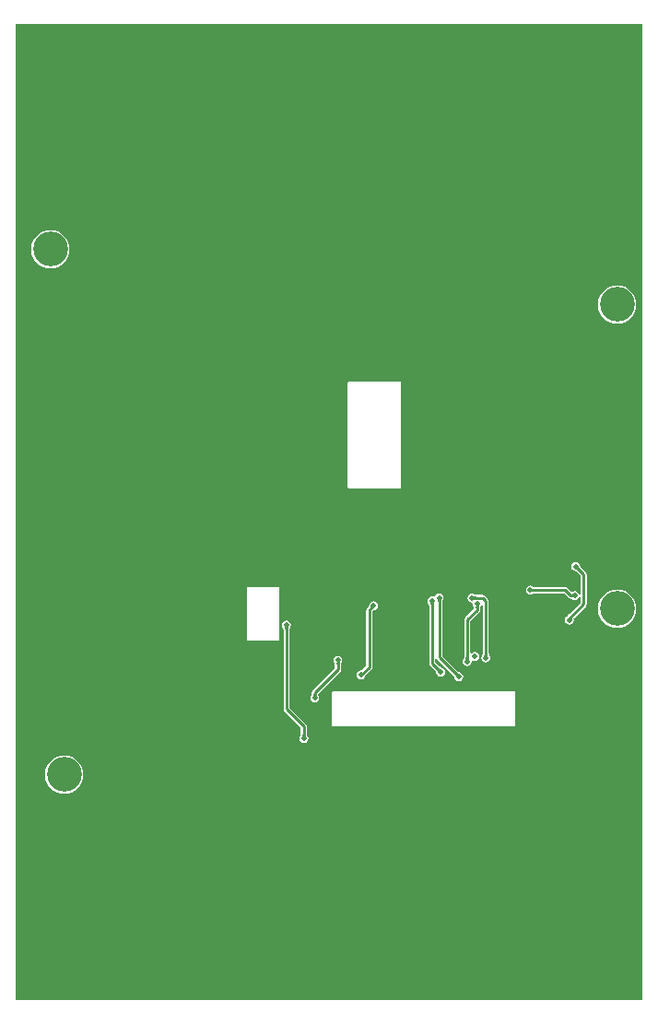
<source format=gbl>
G04*
G04 #@! TF.GenerationSoftware,Altium Limited,Altium Designer,19.0.15 (446)*
G04*
G04 Layer_Physical_Order=2*
G04 Layer_Color=16711680*
%FSLAX44Y44*%
%MOMM*%
G71*
G01*
G75*
%ADD12C,0.2540*%
%ADD80C,3.2000*%
%ADD81C,0.5000*%
%ADD82C,0.4000*%
G36*
X544036Y-447936D02*
X-31836D01*
Y448136D01*
X544036D01*
Y-447936D01*
D02*
G37*
%LPC*%
G36*
X0Y258909D02*
X-3435Y258570D01*
X-6739Y257568D01*
X-9783Y255941D01*
X-12451Y253751D01*
X-14641Y251083D01*
X-16268Y248039D01*
X-17270Y244735D01*
X-17609Y241300D01*
X-17270Y237865D01*
X-16268Y234561D01*
X-14641Y231517D01*
X-12451Y228849D01*
X-9783Y226659D01*
X-6739Y225032D01*
X-3435Y224030D01*
X0Y223691D01*
X3435Y224030D01*
X6739Y225032D01*
X9783Y226659D01*
X12451Y228849D01*
X14641Y231517D01*
X16268Y234561D01*
X17270Y237865D01*
X17609Y241300D01*
X17270Y244735D01*
X16268Y248039D01*
X14641Y251083D01*
X12451Y253751D01*
X9783Y255941D01*
X6739Y257568D01*
X3435Y258570D01*
X0Y258909D01*
D02*
G37*
G36*
X520700Y208109D02*
X517265Y207770D01*
X513961Y206768D01*
X510917Y205141D01*
X508249Y202951D01*
X506059Y200283D01*
X504432Y197239D01*
X503430Y193935D01*
X503091Y190500D01*
X503430Y187065D01*
X504432Y183761D01*
X506059Y180717D01*
X508249Y178049D01*
X510917Y175859D01*
X513961Y174232D01*
X517265Y173230D01*
X520700Y172891D01*
X524135Y173230D01*
X527439Y174232D01*
X530483Y175859D01*
X533151Y178049D01*
X535341Y180717D01*
X536968Y183761D01*
X537970Y187065D01*
X538309Y190500D01*
X537970Y193935D01*
X536968Y197239D01*
X535341Y200283D01*
X533151Y202951D01*
X530483Y205141D01*
X527439Y206768D01*
X524135Y207770D01*
X520700Y208109D01*
D02*
G37*
G36*
X320299Y120064D02*
X274999D01*
X274209Y119907D01*
X273540Y119459D01*
X273092Y118790D01*
X272935Y118000D01*
Y23799D01*
X273092Y23010D01*
X273540Y22340D01*
X274209Y21893D01*
X274999Y21735D01*
X320299D01*
X321089Y21893D01*
X321758Y22340D01*
X322206Y23010D01*
X322363Y23799D01*
Y118000D01*
X322206Y118790D01*
X321758Y119459D01*
X321089Y119907D01*
X320299Y120064D01*
D02*
G37*
G36*
X482799Y-46161D02*
X481229Y-46473D01*
X479898Y-47363D01*
X479009Y-48694D01*
X478696Y-50264D01*
X479009Y-51834D01*
X479898Y-53165D01*
X481229Y-54054D01*
X482518Y-54311D01*
X482531Y-54317D01*
X482555Y-54333D01*
X482600Y-54371D01*
X482623Y-54379D01*
X482641Y-54391D01*
X482682Y-54399D01*
X482688Y-54402D01*
X482737Y-54428D01*
X482813Y-54477D01*
X482897Y-54538D01*
X483181Y-54780D01*
X483339Y-54932D01*
X483503Y-54997D01*
X487151Y-58645D01*
Y-75460D01*
X485881Y-75585D01*
X485790Y-75129D01*
X484901Y-73798D01*
X483570Y-72908D01*
X482000Y-72596D01*
X480430Y-72908D01*
X479337Y-73639D01*
X479324Y-73643D01*
X479295Y-73649D01*
X479237Y-73654D01*
X479215Y-73665D01*
X479194Y-73669D01*
X479159Y-73692D01*
X479152Y-73695D01*
X479099Y-73711D01*
X479011Y-73730D01*
X478931Y-73743D01*
X474890Y-69702D01*
X473966Y-69085D01*
X472876Y-68868D01*
X472876Y-68868D01*
X444866D01*
X444714Y-68798D01*
X444246Y-68781D01*
X444110Y-68767D01*
X443989Y-68748D01*
X443901Y-68729D01*
X443848Y-68713D01*
X443841Y-68710D01*
X443806Y-68687D01*
X443785Y-68683D01*
X443763Y-68672D01*
X443705Y-68667D01*
X443676Y-68661D01*
X443663Y-68657D01*
X442570Y-67926D01*
X441000Y-67614D01*
X439430Y-67926D01*
X438099Y-68816D01*
X437210Y-70147D01*
X436897Y-71717D01*
X437210Y-73287D01*
X438099Y-74618D01*
X439430Y-75507D01*
X441000Y-75820D01*
X442570Y-75507D01*
X443663Y-74777D01*
X443676Y-74772D01*
X443705Y-74767D01*
X443763Y-74762D01*
X443785Y-74751D01*
X443806Y-74746D01*
X443841Y-74723D01*
X443848Y-74721D01*
X443901Y-74705D01*
X443989Y-74686D01*
X444091Y-74669D01*
X444463Y-74640D01*
X444683Y-74636D01*
X444845Y-74566D01*
X471696D01*
X475844Y-78713D01*
X475844Y-78713D01*
X476768Y-79331D01*
X477858Y-79548D01*
X477858Y-79548D01*
X478134D01*
X478286Y-79617D01*
X478754Y-79635D01*
X478890Y-79649D01*
X479011Y-79668D01*
X479099Y-79687D01*
X479152Y-79703D01*
X479159Y-79706D01*
X479194Y-79729D01*
X479215Y-79733D01*
X479237Y-79744D01*
X479295Y-79749D01*
X479324Y-79755D01*
X479337Y-79759D01*
X480430Y-80490D01*
X482000Y-80802D01*
X483570Y-80490D01*
X484901Y-79600D01*
X485790Y-78269D01*
X485881Y-77813D01*
X487151Y-77938D01*
Y-83320D01*
X476640Y-93831D01*
X476454Y-93921D01*
X475643Y-94828D01*
X474886Y-95586D01*
X474647Y-95942D01*
X474526Y-96078D01*
X474495Y-96167D01*
X473999Y-96499D01*
X473110Y-97830D01*
X472797Y-99400D01*
X473110Y-100970D01*
X473999Y-102301D01*
X475330Y-103190D01*
X476900Y-103503D01*
X478470Y-103190D01*
X479801Y-102301D01*
X480690Y-100970D01*
X481003Y-99400D01*
X480712Y-97937D01*
X480776Y-97859D01*
X480918Y-97710D01*
X480954Y-97617D01*
X481040Y-97567D01*
X481068Y-97460D01*
X492014Y-86514D01*
X492014Y-86514D01*
X492632Y-85590D01*
X492849Y-84500D01*
Y-57465D01*
X492849Y-57465D01*
X492632Y-56375D01*
X492014Y-55451D01*
X492014Y-55450D01*
X487547Y-50984D01*
X487489Y-50827D01*
X487170Y-50484D01*
X487084Y-50378D01*
X487012Y-50278D01*
X486963Y-50202D01*
X486937Y-50153D01*
X486934Y-50147D01*
X486926Y-50106D01*
X486914Y-50088D01*
X486906Y-50065D01*
X486869Y-50020D01*
X486852Y-49996D01*
X486846Y-49983D01*
X486590Y-48694D01*
X485700Y-47363D01*
X484369Y-46473D01*
X482799Y-46161D01*
D02*
G37*
G36*
X357299Y-74697D02*
X355729Y-75009D01*
X354398Y-75899D01*
X353549Y-77170D01*
X353196Y-77567D01*
X352370Y-77909D01*
X350800Y-77597D01*
X349230Y-77909D01*
X347899Y-78799D01*
X347010Y-80130D01*
X346697Y-81700D01*
X347010Y-83270D01*
X347740Y-84363D01*
X347744Y-84377D01*
X347750Y-84405D01*
X347755Y-84463D01*
X347766Y-84485D01*
X347770Y-84506D01*
X347793Y-84541D01*
X347796Y-84548D01*
X347812Y-84601D01*
X347831Y-84689D01*
X347847Y-84791D01*
X347877Y-85163D01*
X347881Y-85383D01*
X347951Y-85545D01*
Y-139200D01*
X347951Y-139200D01*
X348168Y-140290D01*
X348786Y-141214D01*
X353252Y-145681D01*
X353310Y-145837D01*
X353629Y-146180D01*
X353715Y-146286D01*
X353787Y-146386D01*
X353836Y-146462D01*
X353862Y-146511D01*
X353865Y-146517D01*
X353873Y-146558D01*
X353885Y-146576D01*
X353893Y-146600D01*
X353931Y-146644D01*
X353947Y-146668D01*
X354110Y-147002D01*
X354334Y-147541D01*
X354385Y-147563D01*
X354409Y-147612D01*
X354634Y-147689D01*
X354809Y-148570D01*
X355698Y-149901D01*
X357029Y-150790D01*
X358599Y-151103D01*
X360169Y-150790D01*
X361500Y-149901D01*
X362390Y-148570D01*
X362702Y-147000D01*
X362390Y-145430D01*
X361500Y-144099D01*
X360169Y-143209D01*
X359289Y-143034D01*
X359212Y-142809D01*
X359162Y-142785D01*
X359141Y-142734D01*
X358602Y-142510D01*
X358268Y-142347D01*
X358244Y-142331D01*
X358200Y-142293D01*
X358176Y-142285D01*
X358158Y-142273D01*
X358117Y-142265D01*
X358111Y-142262D01*
X358062Y-142236D01*
X357986Y-142187D01*
X357902Y-142126D01*
X357618Y-141884D01*
X357460Y-141732D01*
X357296Y-141667D01*
X353649Y-138020D01*
Y-135251D01*
X354919Y-134866D01*
X355285Y-135414D01*
X370452Y-150581D01*
X370510Y-150737D01*
X370829Y-151080D01*
X370915Y-151186D01*
X370987Y-151286D01*
X371036Y-151362D01*
X371062Y-151411D01*
X371065Y-151417D01*
X371073Y-151458D01*
X371085Y-151476D01*
X371093Y-151499D01*
X371131Y-151544D01*
X371147Y-151568D01*
X371153Y-151581D01*
X371409Y-152870D01*
X372299Y-154201D01*
X373630Y-155091D01*
X375200Y-155403D01*
X376770Y-155091D01*
X378101Y-154201D01*
X378991Y-152870D01*
X379303Y-151300D01*
X378991Y-149730D01*
X378101Y-148399D01*
X376770Y-147509D01*
X375481Y-147253D01*
X375468Y-147247D01*
X375444Y-147231D01*
X375400Y-147193D01*
X375376Y-147185D01*
X375358Y-147173D01*
X375317Y-147165D01*
X375311Y-147162D01*
X375262Y-147136D01*
X375186Y-147087D01*
X375102Y-147026D01*
X374818Y-146784D01*
X374660Y-146632D01*
X374496Y-146567D01*
X360148Y-132219D01*
Y-82666D01*
X360218Y-82514D01*
X360235Y-82046D01*
X360249Y-81910D01*
X360268Y-81789D01*
X360287Y-81700D01*
X360303Y-81647D01*
X360306Y-81641D01*
X360329Y-81606D01*
X360333Y-81585D01*
X360344Y-81563D01*
X360349Y-81505D01*
X360355Y-81476D01*
X360359Y-81463D01*
X361090Y-80370D01*
X361402Y-78800D01*
X361090Y-77230D01*
X360200Y-75899D01*
X358869Y-75009D01*
X357299Y-74697D01*
D02*
G37*
G36*
X520700Y-71291D02*
X517265Y-71630D01*
X513961Y-72632D01*
X510917Y-74259D01*
X508249Y-76449D01*
X506059Y-79117D01*
X504432Y-82161D01*
X503430Y-85465D01*
X503091Y-88900D01*
X503430Y-92335D01*
X504432Y-95639D01*
X506059Y-98683D01*
X508249Y-101351D01*
X510917Y-103541D01*
X513961Y-105168D01*
X517265Y-106170D01*
X520700Y-106509D01*
X524135Y-106170D01*
X527439Y-105168D01*
X530483Y-103541D01*
X533151Y-101351D01*
X535341Y-98683D01*
X536968Y-95639D01*
X537970Y-92335D01*
X538309Y-88900D01*
X537970Y-85465D01*
X536968Y-82161D01*
X535341Y-79117D01*
X533151Y-76449D01*
X530483Y-74259D01*
X527439Y-72632D01*
X524135Y-71630D01*
X520700Y-71291D01*
D02*
G37*
G36*
X210200Y-68700D02*
X210100Y-68800D01*
X181000D01*
Y-117900D01*
X210200D01*
Y-68700D01*
D02*
G37*
G36*
X387426Y-74897D02*
X385856Y-75209D01*
X384525Y-76099D01*
X383635Y-77430D01*
X383323Y-79000D01*
X383635Y-80570D01*
X384525Y-81901D01*
X385856Y-82790D01*
X387426Y-83103D01*
X388065Y-84270D01*
X388000Y-84600D01*
X388312Y-86170D01*
X389043Y-87263D01*
X389047Y-87277D01*
X389053Y-87305D01*
X389058Y-87363D01*
X389069Y-87385D01*
X389073Y-87406D01*
X389096Y-87441D01*
X389099Y-87448D01*
X389115Y-87501D01*
X389134Y-87589D01*
X389150Y-87691D01*
X389180Y-88063D01*
X389184Y-88283D01*
X389254Y-88445D01*
Y-88717D01*
X380986Y-96986D01*
X380368Y-97910D01*
X380151Y-99000D01*
X380151Y-99000D01*
Y-133484D01*
X380081Y-133636D01*
X380064Y-134104D01*
X380050Y-134240D01*
X380031Y-134361D01*
X380012Y-134449D01*
X379996Y-134502D01*
X379993Y-134509D01*
X379970Y-134544D01*
X379966Y-134565D01*
X379955Y-134587D01*
X379950Y-134645D01*
X379944Y-134673D01*
X379940Y-134687D01*
X379210Y-135780D01*
X378897Y-137350D01*
X379210Y-138920D01*
X380099Y-140251D01*
X381430Y-141140D01*
X383000Y-141453D01*
X384570Y-141140D01*
X385901Y-140251D01*
X386791Y-138920D01*
X387103Y-137350D01*
X387045Y-137059D01*
X388188Y-136296D01*
X388330Y-136390D01*
X389900Y-136703D01*
X391470Y-136390D01*
X392801Y-135501D01*
X393690Y-134170D01*
X394003Y-132600D01*
X393690Y-131030D01*
X392801Y-129699D01*
X391470Y-128809D01*
X389900Y-128497D01*
X388330Y-128809D01*
X387119Y-129619D01*
X386555Y-129481D01*
X385849Y-129134D01*
Y-100180D01*
X394117Y-91912D01*
X394117Y-91911D01*
X394735Y-90987D01*
X394952Y-89897D01*
X394952Y-89897D01*
Y-88466D01*
X395021Y-88314D01*
X395038Y-87846D01*
X395052Y-87710D01*
X395071Y-87589D01*
X395091Y-87501D01*
X395107Y-87448D01*
X395109Y-87441D01*
X395132Y-87406D01*
X395137Y-87385D01*
X395148Y-87363D01*
X395153Y-87305D01*
X395158Y-87277D01*
X395163Y-87263D01*
X395893Y-86170D01*
X397150Y-86360D01*
Y-130133D01*
X397081Y-130286D01*
X397063Y-130753D01*
X397049Y-130889D01*
X397030Y-131011D01*
X397011Y-131099D01*
X396995Y-131152D01*
X396993Y-131159D01*
X396970Y-131193D01*
X396965Y-131215D01*
X396954Y-131237D01*
X396949Y-131295D01*
X396944Y-131323D01*
X396939Y-131336D01*
X396209Y-132430D01*
X395896Y-134000D01*
X396209Y-135570D01*
X397098Y-136901D01*
X398429Y-137790D01*
X399999Y-138103D01*
X401569Y-137790D01*
X402900Y-136901D01*
X403790Y-135570D01*
X404102Y-134000D01*
X403790Y-132430D01*
X403059Y-131337D01*
X403055Y-131323D01*
X403049Y-131295D01*
X403044Y-131237D01*
X403033Y-131215D01*
X403029Y-131193D01*
X403006Y-131159D01*
X403003Y-131152D01*
X402987Y-131099D01*
X402968Y-131011D01*
X402952Y-130908D01*
X402922Y-130537D01*
X402919Y-130317D01*
X402848Y-130155D01*
Y-81999D01*
X402848Y-81999D01*
X402631Y-80909D01*
X402014Y-79985D01*
X399014Y-76986D01*
X398090Y-76368D01*
X397000Y-76151D01*
X397000Y-76151D01*
X391292D01*
X391140Y-76082D01*
X390672Y-76064D01*
X390536Y-76050D01*
X390415Y-76031D01*
X390326Y-76012D01*
X390273Y-75996D01*
X390266Y-75993D01*
X390232Y-75970D01*
X390211Y-75966D01*
X390189Y-75955D01*
X390131Y-75950D01*
X390102Y-75944D01*
X390089Y-75940D01*
X388996Y-75209D01*
X387426Y-74897D01*
D02*
G37*
G36*
X297000Y-81897D02*
X295430Y-82210D01*
X294099Y-83099D01*
X293209Y-84430D01*
X292897Y-86000D01*
X292901Y-86018D01*
X292894Y-86027D01*
X292884Y-86063D01*
X292873Y-86081D01*
X292870Y-86106D01*
X292855Y-86135D01*
X292814Y-86203D01*
X292761Y-86278D01*
X292528Y-86554D01*
X292379Y-86709D01*
X292363Y-86751D01*
X292321Y-86772D01*
X292274Y-86913D01*
X290986Y-88202D01*
X290368Y-89126D01*
X290151Y-90217D01*
X290151Y-90217D01*
Y-141220D01*
X285729Y-145642D01*
X285499Y-145597D01*
X283929Y-145909D01*
X282598Y-146799D01*
X281709Y-148130D01*
X281397Y-149700D01*
X281709Y-151270D01*
X282598Y-152601D01*
X283929Y-153490D01*
X285499Y-153802D01*
X287069Y-153490D01*
X288401Y-152601D01*
X289290Y-151270D01*
X289571Y-149858D01*
X295014Y-144414D01*
X295014Y-144414D01*
X295632Y-143490D01*
X295849Y-142400D01*
X295849Y-142400D01*
Y-91397D01*
X296475Y-90771D01*
X296640Y-90705D01*
X296802Y-90548D01*
X297094Y-90295D01*
X297186Y-90226D01*
X297270Y-90169D01*
X297328Y-90136D01*
X297352Y-90124D01*
X297401Y-90112D01*
X297418Y-90099D01*
X297432Y-90094D01*
X297460Y-90068D01*
X297506Y-90034D01*
X297592Y-89985D01*
X298570Y-89790D01*
X299901Y-88901D01*
X300791Y-87570D01*
X301103Y-86000D01*
X300791Y-84430D01*
X299901Y-83099D01*
X298570Y-82210D01*
X297000Y-81897D01*
D02*
G37*
G36*
X264076Y-132221D02*
X262506Y-132534D01*
X261175Y-133423D01*
X260285Y-134754D01*
X259973Y-136324D01*
X260285Y-137894D01*
X261016Y-138988D01*
X261020Y-139001D01*
X261026Y-139029D01*
X261031Y-139087D01*
X261042Y-139109D01*
X261046Y-139131D01*
X261069Y-139165D01*
X261072Y-139172D01*
X261088Y-139225D01*
X261107Y-139313D01*
X261123Y-139416D01*
X261152Y-139787D01*
X261156Y-140007D01*
X261227Y-140169D01*
Y-143544D01*
X240986Y-163786D01*
X240368Y-164710D01*
X240151Y-165800D01*
X240151Y-165800D01*
Y-167134D01*
X240082Y-167286D01*
X240064Y-167754D01*
X240050Y-167890D01*
X240031Y-168011D01*
X240012Y-168099D01*
X239996Y-168152D01*
X239993Y-168159D01*
X239970Y-168194D01*
X239966Y-168215D01*
X239955Y-168237D01*
X239950Y-168295D01*
X239944Y-168324D01*
X239940Y-168337D01*
X239209Y-169430D01*
X238897Y-171000D01*
X239209Y-172570D01*
X240099Y-173901D01*
X241430Y-174790D01*
X243000Y-175103D01*
X244570Y-174790D01*
X245901Y-173901D01*
X246791Y-172570D01*
X247103Y-171000D01*
X246791Y-169430D01*
X246060Y-168337D01*
X246056Y-168324D01*
X246050Y-168295D01*
X246045Y-168237D01*
X246034Y-168215D01*
X246030Y-168194D01*
X246007Y-168159D01*
X246004Y-168152D01*
X245988Y-168099D01*
X245969Y-168011D01*
X245953Y-167909D01*
X245923Y-167537D01*
X245919Y-167317D01*
X245849Y-167155D01*
Y-166980D01*
X266090Y-146739D01*
X266090Y-146739D01*
X266708Y-145815D01*
X266924Y-144724D01*
X266924Y-144724D01*
Y-140191D01*
X266994Y-140038D01*
X267011Y-139571D01*
X267025Y-139435D01*
X267044Y-139313D01*
X267064Y-139225D01*
X267080Y-139172D01*
X267082Y-139165D01*
X267105Y-139131D01*
X267110Y-139109D01*
X267121Y-139087D01*
X267126Y-139029D01*
X267131Y-139001D01*
X267136Y-138988D01*
X267866Y-137894D01*
X268179Y-136324D01*
X267866Y-134754D01*
X266977Y-133423D01*
X265646Y-132534D01*
X264076Y-132221D01*
D02*
G37*
G36*
X425254Y-164437D02*
X260644D01*
X259854Y-164594D01*
X259184Y-165041D01*
X258737Y-165711D01*
X258580Y-166500D01*
Y-195000D01*
X258737Y-195790D01*
X259184Y-196459D01*
X259854Y-196907D01*
X260644Y-197064D01*
X425254D01*
X426044Y-196907D01*
X426713Y-196459D01*
X427160Y-195790D01*
X427317Y-195000D01*
Y-166500D01*
X427160Y-165711D01*
X426713Y-165041D01*
X426044Y-164594D01*
X425254Y-164437D01*
D02*
G37*
G36*
X217000Y-99897D02*
X215429Y-100209D01*
X214098Y-101099D01*
X213209Y-102430D01*
X212897Y-104000D01*
X213209Y-105570D01*
X213939Y-106663D01*
X213944Y-106677D01*
X213950Y-106705D01*
X213954Y-106763D01*
X213966Y-106785D01*
X213970Y-106806D01*
X213993Y-106840D01*
X213996Y-106847D01*
X214011Y-106901D01*
X214031Y-106989D01*
X214047Y-107091D01*
X214076Y-107463D01*
X214080Y-107683D01*
X214151Y-107845D01*
Y-180999D01*
X214151Y-181000D01*
X214368Y-182090D01*
X214985Y-183014D01*
X230051Y-198080D01*
Y-204134D01*
X229981Y-204286D01*
X229964Y-204754D01*
X229950Y-204890D01*
X229931Y-205011D01*
X229912Y-205099D01*
X229896Y-205152D01*
X229893Y-205159D01*
X229870Y-205194D01*
X229866Y-205215D01*
X229855Y-205237D01*
X229850Y-205295D01*
X229844Y-205323D01*
X229840Y-205337D01*
X229109Y-206430D01*
X228797Y-208000D01*
X229109Y-209570D01*
X229999Y-210901D01*
X231330Y-211791D01*
X232900Y-212103D01*
X234470Y-211791D01*
X235801Y-210901D01*
X236691Y-209570D01*
X237003Y-208000D01*
X236691Y-206430D01*
X235960Y-205337D01*
X235956Y-205323D01*
X235950Y-205295D01*
X235945Y-205237D01*
X235934Y-205215D01*
X235930Y-205194D01*
X235907Y-205159D01*
X235904Y-205152D01*
X235888Y-205099D01*
X235869Y-205011D01*
X235853Y-204909D01*
X235823Y-204537D01*
X235819Y-204317D01*
X235749Y-204155D01*
Y-196900D01*
X235749Y-196900D01*
X235532Y-195810D01*
X234914Y-194886D01*
X234914Y-194886D01*
X219848Y-179820D01*
Y-107866D01*
X219918Y-107714D01*
X219935Y-107246D01*
X219949Y-107110D01*
X219968Y-106989D01*
X219988Y-106901D01*
X220004Y-106847D01*
X220006Y-106840D01*
X220029Y-106806D01*
X220033Y-106785D01*
X220045Y-106763D01*
X220049Y-106705D01*
X220055Y-106676D01*
X220060Y-106663D01*
X220790Y-105570D01*
X221102Y-104000D01*
X220790Y-102430D01*
X219901Y-101099D01*
X218570Y-100209D01*
X217000Y-99897D01*
D02*
G37*
G36*
X12700Y-223691D02*
X9265Y-224030D01*
X5961Y-225032D01*
X2917Y-226659D01*
X249Y-228849D01*
X-1941Y-231517D01*
X-3568Y-234561D01*
X-4570Y-237865D01*
X-4909Y-241300D01*
X-4570Y-244735D01*
X-3568Y-248039D01*
X-1941Y-251083D01*
X249Y-253751D01*
X2917Y-255941D01*
X5961Y-257568D01*
X9265Y-258570D01*
X12700Y-258909D01*
X16135Y-258570D01*
X19439Y-257568D01*
X22483Y-255941D01*
X25151Y-253751D01*
X27341Y-251083D01*
X28968Y-248039D01*
X29970Y-244735D01*
X30309Y-241300D01*
X29970Y-237865D01*
X28968Y-234561D01*
X27341Y-231517D01*
X25151Y-228849D01*
X22483Y-226659D01*
X19439Y-225032D01*
X16135Y-224030D01*
X12700Y-223691D01*
D02*
G37*
%LPD*%
G36*
X485308Y-50427D02*
X485336Y-50571D01*
X485385Y-50721D01*
X485453Y-50877D01*
X485541Y-51040D01*
X485649Y-51209D01*
X485777Y-51385D01*
X485925Y-51567D01*
X486281Y-51949D01*
X484484Y-53745D01*
X484290Y-53558D01*
X483920Y-53242D01*
X483745Y-53114D01*
X483575Y-53006D01*
X483412Y-52918D01*
X483256Y-52849D01*
X483106Y-52801D01*
X482962Y-52772D01*
X482824Y-52764D01*
X485299Y-50289D01*
X485308Y-50427D01*
D02*
G37*
G36*
X442889Y-70058D02*
X443011Y-70140D01*
X443151Y-70212D01*
X443310Y-70274D01*
X443488Y-70327D01*
X443684Y-70370D01*
X443898Y-70404D01*
X444131Y-70428D01*
X444653Y-70447D01*
Y-72987D01*
X444383Y-72992D01*
X443898Y-73030D01*
X443684Y-73064D01*
X443488Y-73107D01*
X443310Y-73160D01*
X443151Y-73222D01*
X443011Y-73294D01*
X442889Y-73376D01*
X442785Y-73467D01*
Y-69967D01*
X442889Y-70058D01*
D02*
G37*
G36*
X480215Y-78449D02*
X480111Y-78358D01*
X479989Y-78276D01*
X479849Y-78204D01*
X479690Y-78142D01*
X479512Y-78089D01*
X479316Y-78046D01*
X479102Y-78012D01*
X478869Y-77988D01*
X478347Y-77969D01*
Y-75429D01*
X478617Y-75424D01*
X479102Y-75386D01*
X479316Y-75352D01*
X479512Y-75309D01*
X479690Y-75256D01*
X479849Y-75194D01*
X479989Y-75122D01*
X480111Y-75040D01*
X480215Y-74949D01*
Y-78449D01*
D02*
G37*
G36*
X479726Y-96570D02*
X479538Y-96766D01*
X479241Y-97131D01*
X479133Y-97299D01*
X479051Y-97457D01*
X478995Y-97606D01*
X478966Y-97746D01*
X478964Y-97875D01*
X478988Y-97995D01*
X479039Y-98106D01*
X475756Y-97177D01*
X477684Y-95020D01*
X479726Y-96570D01*
D02*
G37*
G36*
X358958Y-80689D02*
X358876Y-80810D01*
X358805Y-80951D01*
X358742Y-81110D01*
X358689Y-81287D01*
X358646Y-81483D01*
X358613Y-81698D01*
X358588Y-81931D01*
X358569Y-82453D01*
X356029D01*
X356025Y-82183D01*
X355986Y-81698D01*
X355952Y-81483D01*
X355909Y-81287D01*
X355857Y-81110D01*
X355794Y-80951D01*
X355722Y-80810D01*
X355640Y-80689D01*
X355549Y-80585D01*
X359049D01*
X358958Y-80689D01*
D02*
G37*
G36*
X352459Y-83589D02*
X352377Y-83711D01*
X352305Y-83851D01*
X352243Y-84010D01*
X352190Y-84188D01*
X352147Y-84384D01*
X352113Y-84598D01*
X352089Y-84831D01*
X352070Y-85353D01*
X349530D01*
X349525Y-85083D01*
X349487Y-84598D01*
X349453Y-84384D01*
X349410Y-84188D01*
X349357Y-84010D01*
X349295Y-83851D01*
X349223Y-83711D01*
X349141Y-83589D01*
X349050Y-83485D01*
X352550D01*
X352459Y-83589D01*
D02*
G37*
G36*
X373709Y-148006D02*
X374079Y-148322D01*
X374255Y-148450D01*
X374424Y-148558D01*
X374587Y-148646D01*
X374743Y-148715D01*
X374893Y-148763D01*
X375037Y-148792D01*
X375175Y-148800D01*
X372700Y-151275D01*
X372691Y-151137D01*
X372663Y-150993D01*
X372615Y-150843D01*
X372546Y-150687D01*
X372458Y-150524D01*
X372350Y-150355D01*
X372222Y-150179D01*
X372074Y-149997D01*
X371719Y-149615D01*
X373515Y-147819D01*
X373709Y-148006D01*
D02*
G37*
G36*
X389314Y-77341D02*
X389436Y-77423D01*
X389577Y-77495D01*
X389736Y-77557D01*
X389913Y-77610D01*
X390109Y-77653D01*
X390324Y-77687D01*
X390557Y-77711D01*
X391079Y-77730D01*
Y-80270D01*
X390809Y-80275D01*
X390324Y-80313D01*
X390109Y-80347D01*
X389913Y-80390D01*
X389736Y-80443D01*
X389577Y-80505D01*
X389436Y-80577D01*
X389314Y-80659D01*
X389211Y-80750D01*
Y-77250D01*
X389314Y-77341D01*
D02*
G37*
G36*
X393762Y-86489D02*
X393680Y-86611D01*
X393608Y-86751D01*
X393546Y-86910D01*
X393493Y-87087D01*
X393450Y-87284D01*
X393416Y-87498D01*
X393392Y-87731D01*
X393373Y-88253D01*
X390833D01*
X390828Y-87983D01*
X390790Y-87498D01*
X390756Y-87284D01*
X390713Y-87087D01*
X390660Y-86910D01*
X390598Y-86751D01*
X390526Y-86611D01*
X390444Y-86489D01*
X390353Y-86385D01*
X393853D01*
X393762Y-86489D01*
D02*
G37*
G36*
X401274Y-130617D02*
X401312Y-131101D01*
X401346Y-131316D01*
X401389Y-131512D01*
X401442Y-131690D01*
X401504Y-131849D01*
X401576Y-131989D01*
X401658Y-132111D01*
X401749Y-132214D01*
X398249D01*
X398340Y-132111D01*
X398422Y-131989D01*
X398494Y-131849D01*
X398556Y-131690D01*
X398609Y-131512D01*
X398652Y-131316D01*
X398686Y-131101D01*
X398710Y-130868D01*
X398729Y-130346D01*
X401269D01*
X401274Y-130617D01*
D02*
G37*
G36*
X384275Y-133967D02*
X384313Y-134452D01*
X384347Y-134666D01*
X384390Y-134862D01*
X384443Y-135040D01*
X384505Y-135199D01*
X384577Y-135339D01*
X384659Y-135461D01*
X384750Y-135564D01*
X381250D01*
X381341Y-135461D01*
X381423Y-135339D01*
X381495Y-135199D01*
X381557Y-135040D01*
X381610Y-134862D01*
X381653Y-134666D01*
X381687Y-134452D01*
X381711Y-134219D01*
X381730Y-133696D01*
X384270D01*
X384275Y-133967D01*
D02*
G37*
G36*
X297128Y-88497D02*
X296996Y-88513D01*
X296856Y-88548D01*
X296710Y-88603D01*
X296557Y-88676D01*
X296397Y-88769D01*
X296229Y-88881D01*
X296056Y-89012D01*
X295687Y-89332D01*
X295492Y-89520D01*
X293568Y-87852D01*
X293755Y-87658D01*
X294067Y-87287D01*
X294192Y-87111D01*
X294296Y-86940D01*
X294380Y-86776D01*
X294443Y-86617D01*
X294485Y-86465D01*
X294506Y-86319D01*
X294506Y-86178D01*
X297128Y-88497D01*
D02*
G37*
G36*
X265735Y-138213D02*
X265653Y-138335D01*
X265581Y-138475D01*
X265518Y-138634D01*
X265466Y-138812D01*
X265422Y-139008D01*
X265389Y-139223D01*
X265365Y-139456D01*
X265346Y-139978D01*
X262806D01*
X262801Y-139707D01*
X262763Y-139223D01*
X262729Y-139008D01*
X262686Y-138812D01*
X262633Y-138634D01*
X262570Y-138475D01*
X262498Y-138335D01*
X262417Y-138213D01*
X262326Y-138110D01*
X265826D01*
X265735Y-138213D01*
D02*
G37*
G36*
X244275Y-167617D02*
X244313Y-168102D01*
X244347Y-168316D01*
X244390Y-168512D01*
X244443Y-168690D01*
X244505Y-168849D01*
X244577Y-168989D01*
X244659Y-169111D01*
X244750Y-169215D01*
X241250D01*
X241341Y-169111D01*
X241423Y-168989D01*
X241495Y-168849D01*
X241557Y-168690D01*
X241610Y-168512D01*
X241653Y-168316D01*
X241687Y-168102D01*
X241711Y-167868D01*
X241730Y-167347D01*
X244270D01*
X244275Y-167617D01*
D02*
G37*
G36*
X218658Y-105889D02*
X218577Y-106010D01*
X218505Y-106151D01*
X218442Y-106310D01*
X218390Y-106487D01*
X218346Y-106684D01*
X218313Y-106898D01*
X218289Y-107131D01*
X218270Y-107653D01*
X215730D01*
X215725Y-107383D01*
X215686Y-106898D01*
X215653Y-106684D01*
X215610Y-106487D01*
X215557Y-106310D01*
X215494Y-106151D01*
X215422Y-106010D01*
X215341Y-105889D01*
X215250Y-105785D01*
X218750D01*
X218658Y-105889D01*
D02*
G37*
G36*
X234175Y-204617D02*
X234213Y-205102D01*
X234247Y-205316D01*
X234290Y-205512D01*
X234343Y-205690D01*
X234405Y-205849D01*
X234477Y-205989D01*
X234559Y-206111D01*
X234650Y-206215D01*
X231150D01*
X231241Y-206111D01*
X231323Y-205989D01*
X231395Y-205849D01*
X231457Y-205690D01*
X231510Y-205512D01*
X231553Y-205316D01*
X231587Y-205102D01*
X231611Y-204869D01*
X231630Y-204347D01*
X234170D01*
X234175Y-204617D01*
D02*
G37*
D12*
X358599Y-147000D02*
Y-146999D01*
X350800Y-139200D02*
X358599Y-146999D01*
X285499Y-149700D02*
X285700D01*
X293000Y-142400D01*
Y-90217D01*
X243000Y-165800D02*
X264076Y-144724D01*
Y-136324D01*
X357299Y-133399D02*
X375200Y-151300D01*
X357299Y-133399D02*
Y-78800D01*
X350800Y-139200D02*
Y-81700D01*
X383000Y-99000D02*
X392103Y-89897D01*
Y-84600D01*
X476900Y-99400D02*
Y-97600D01*
X490000Y-84500D01*
X243000Y-171000D02*
Y-165800D01*
X232900Y-208000D02*
Y-196900D01*
X217000Y-181000D02*
X232900Y-196900D01*
X217000Y-181000D02*
Y-104000D01*
X477858Y-76699D02*
X482000D01*
X472876Y-71717D02*
X477858Y-76699D01*
X441000Y-71717D02*
X472876D01*
X482799Y-50264D02*
X490000Y-57465D01*
Y-84500D02*
Y-57465D01*
X387426Y-79000D02*
X397000D01*
X399999Y-81999D01*
Y-134000D02*
Y-81999D01*
X383000Y-137350D02*
Y-99000D01*
X293000Y-90217D02*
X297000Y-86217D01*
Y-86000D01*
D80*
X12700Y-241300D02*
D03*
X0Y241300D02*
D03*
X520700Y-88900D02*
D03*
Y190500D02*
D03*
D81*
X358599Y-147000D02*
D03*
X285499Y-149700D02*
D03*
X333400Y-239000D02*
D03*
X377362Y-104000D02*
D03*
X363119Y-104250D02*
D03*
X210200Y-123396D02*
D03*
X264076Y-136324D02*
D03*
X492000Y-14200D02*
D03*
X458800Y13000D02*
D03*
X376232Y-9500D02*
D03*
X377000Y-47363D02*
D03*
X407840Y-57465D02*
D03*
X407474Y-40624D02*
D03*
X446554Y-84500D02*
D03*
X421059Y-84063D02*
D03*
X541200Y-54917D02*
D03*
Y-113000D02*
D03*
X466950Y-243814D02*
D03*
X462250Y-282624D02*
D03*
X428724Y-307000D02*
D03*
X387045Y-306000D02*
D03*
X355285Y-307000D02*
D03*
X297353D02*
D03*
X263000D02*
D03*
X239450D02*
D03*
X215901D02*
D03*
X191000D02*
D03*
X164000Y-306000D02*
D03*
X132000D02*
D03*
X89538Y-277670D02*
D03*
X276518Y204470D02*
D03*
X230459Y128000D02*
D03*
X199000D02*
D03*
X154253Y-24800D02*
D03*
X154000Y72000D02*
D03*
X158000Y-112693D02*
D03*
X189000Y-137386D02*
D03*
X208302Y-191320D02*
D03*
X187302Y-191481D02*
D03*
X162730Y-190740D02*
D03*
X275600Y268600D02*
D03*
Y245500D02*
D03*
X307100Y246200D02*
D03*
X306300Y268500D02*
D03*
X200200Y-265100D02*
D03*
X379819Y-265000D02*
D03*
X421800Y-265600D02*
D03*
X265800Y-222300D02*
D03*
X296100Y-220800D02*
D03*
X343200Y-220200D02*
D03*
X392700Y-225100D02*
D03*
X436566Y-223800D02*
D03*
X448497Y-176300D02*
D03*
X469100Y-141600D02*
D03*
X435000Y-142900D02*
D03*
X387426Y-79000D02*
D03*
X357299Y-78800D02*
D03*
X350800Y-81700D02*
D03*
X375200Y-151300D02*
D03*
X392103Y-84600D02*
D03*
X476900Y-99400D02*
D03*
X418999Y-123000D02*
D03*
X136000Y-249000D02*
D03*
Y-264000D02*
D03*
X113000D02*
D03*
Y-250000D02*
D03*
X217000Y-104000D02*
D03*
X216400Y-92689D02*
D03*
Y-87336D02*
D03*
X241463Y-112000D02*
D03*
Y-124400D02*
D03*
X441800Y-20500D02*
D03*
Y-31500D02*
D03*
X430800Y-20500D02*
D03*
Y-31500D02*
D03*
X270430Y-92000D02*
D03*
X262796Y-97350D02*
D03*
X263000Y-87573D02*
D03*
X232900Y-208000D02*
D03*
X243000Y-171000D02*
D03*
X441000Y-71717D02*
D03*
X482000Y-76699D02*
D03*
X399999Y-134000D02*
D03*
X482799Y-50264D02*
D03*
X383000Y-137350D02*
D03*
X283000Y-101000D02*
D03*
X300000Y-136200D02*
D03*
X268000Y-124700D02*
D03*
X297000Y-86000D02*
D03*
X389900Y-132600D02*
D03*
X365432Y7508D02*
D03*
X472000Y-195000D02*
D03*
X4194Y202716D02*
D03*
X35680Y203478D02*
D03*
X61344Y203756D02*
D03*
X89538Y204518D02*
D03*
X182502Y204748D02*
D03*
X165738Y203986D02*
D03*
X149736D02*
D03*
X191900Y36854D02*
D03*
X218316Y8914D02*
D03*
X251714Y202946D02*
D03*
X245524Y-87336D02*
D03*
Y-94194D02*
D03*
X262796Y-43942D02*
D03*
X291084Y-58674D02*
D03*
X48250Y-280000D02*
D03*
X20000D02*
D03*
X-10700D02*
D03*
Y-204740D02*
D03*
Y-180000D02*
D03*
Y-150000D02*
D03*
Y-123100D02*
D03*
Y-97800D02*
D03*
Y-73000D02*
D03*
Y-47300D02*
D03*
Y-20000D02*
D03*
Y6650D02*
D03*
Y32300D02*
D03*
Y60030D02*
D03*
Y88900D02*
D03*
Y118808D02*
D03*
Y160000D02*
D03*
X70230Y280480D02*
D03*
X99050Y300000D02*
D03*
X138000D02*
D03*
X164250D02*
D03*
X189700D02*
D03*
X214800D02*
D03*
X240300D02*
D03*
X266650D02*
D03*
X292050D02*
D03*
X312000D02*
D03*
X333000D02*
D03*
X357000D02*
D03*
X377086D02*
D03*
X540000Y283600D02*
D03*
X540200Y238100D02*
D03*
X540000Y199662D02*
D03*
Y150400D02*
D03*
X472400Y205511D02*
D03*
X444450D02*
D03*
X306832Y204470D02*
D03*
X324612Y204724D02*
D03*
X348000Y180000D02*
D03*
Y150400D02*
D03*
Y88000D02*
D03*
X349500Y24476D02*
D03*
X326900Y6650D02*
D03*
X291000D02*
D03*
X351000Y-20000D02*
D03*
X344696Y-37630D02*
D03*
X363700Y140000D02*
D03*
X366000Y181300D02*
D03*
X397955Y180000D02*
D03*
X436600Y140000D02*
D03*
X459287Y118808D02*
D03*
Y83000D02*
D03*
Y47450D02*
D03*
X366000Y80000D02*
D03*
X303700Y-62900D02*
D03*
X291000Y-80000D02*
D03*
X248800Y-33200D02*
D03*
X242700Y-14200D02*
D03*
X205850Y-25000D02*
D03*
X264900Y-69200D02*
D03*
X230030Y-67127D02*
D03*
X416600Y-136200D02*
D03*
X328400D02*
D03*
X130302Y-204740D02*
D03*
X101950D02*
D03*
X71400Y-203780D02*
D03*
X41550D02*
D03*
X541200Y-23250D02*
D03*
X540200Y-220600D02*
D03*
Y-240000D02*
D03*
Y-260000D02*
D03*
Y-280000D02*
D03*
X280714Y214268D02*
D03*
Y235096D02*
D03*
X255060Y233572D02*
D03*
X255568Y214522D02*
D03*
X309700Y-104500D02*
D03*
X326900Y-104400D02*
D03*
X306600Y-84500D02*
D03*
X336000D02*
D03*
X-10700Y212900D02*
D03*
X-2000Y280480D02*
D03*
X140400Y-280000D02*
D03*
X160400D02*
D03*
X180400D02*
D03*
X200400D02*
D03*
X240400D02*
D03*
X260400D02*
D03*
X300400D02*
D03*
X320400D02*
D03*
X360400D02*
D03*
X440400D02*
D03*
X480400D02*
D03*
X500400D02*
D03*
X18000Y280480D02*
D03*
X38000D02*
D03*
X396900Y283600D02*
D03*
X416900D02*
D03*
X436900D02*
D03*
X456900D02*
D03*
X476900D02*
D03*
X500000D02*
D03*
X520000D02*
D03*
X515200Y241300D02*
D03*
X514050Y214450D02*
D03*
X515200Y121300D02*
D03*
X540200Y114300D02*
D03*
Y94300D02*
D03*
Y74300D02*
D03*
Y54300D02*
D03*
Y14300D02*
D03*
X541200Y-156100D02*
D03*
X540200Y-185700D02*
D03*
Y-205700D02*
D03*
X501800Y-69600D02*
D03*
X496300Y-220600D02*
D03*
D82*
X442279Y-59959D02*
D03*
X447714Y-59500D02*
D03*
M02*

</source>
